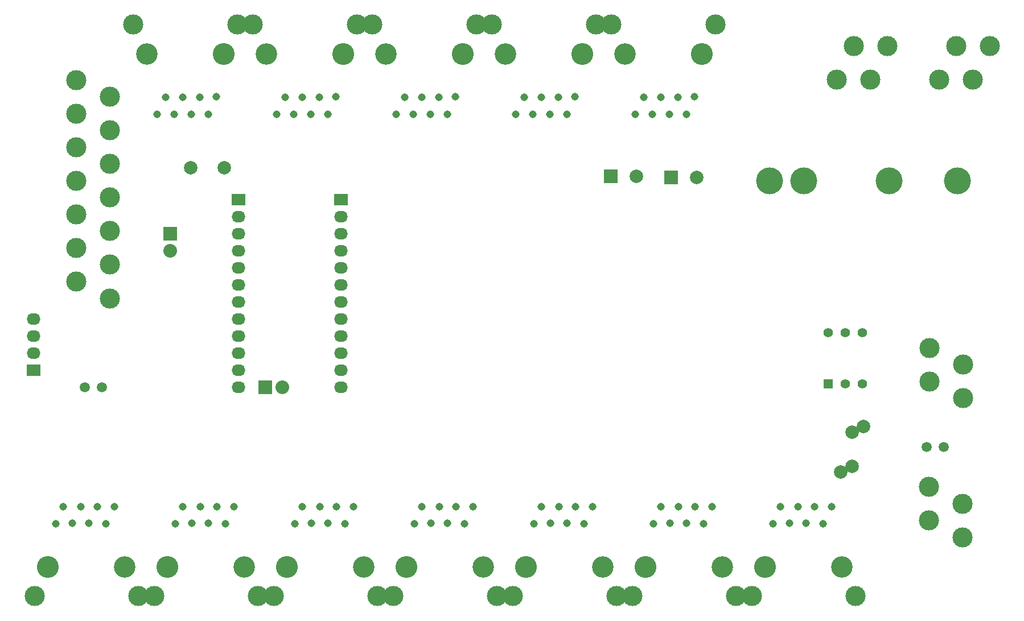
<source format=gbs>
G04 #@! TF.FileFunction,Soldermask,Bot*
%FSLAX46Y46*%
G04 Gerber Fmt 4.6, Leading zero omitted, Abs format (unit mm)*
G04 Created by KiCad (PCBNEW (2015-05-13 BZR 5653)-product) date Tue 09 Jun 2015 09:53:40 PM CEST*
%MOMM*%
G01*
G04 APERTURE LIST*
%ADD10C,0.100000*%
%ADD11C,3.000000*%
%ADD12R,2.032000X2.032000*%
%ADD13O,2.032000X2.032000*%
%ADD14R,2.032000X1.727200*%
%ADD15O,2.032000X1.727200*%
%ADD16C,3.251200*%
%ADD17C,3.200400*%
%ADD18C,1.143000*%
%ADD19C,1.501140*%
%ADD20C,1.998980*%
%ADD21R,1.998980X1.998980*%
%ADD22R,1.397000X1.397000*%
%ADD23C,1.397000*%
%ADD24C,4.000000*%
G04 APERTURE END LIST*
D10*
D11*
X247474740Y-98672640D03*
X252476000Y-101172000D03*
X252476000Y-106172000D03*
X247474740Y-103672640D03*
D12*
X148780000Y-83820000D03*
D13*
X151320000Y-83820000D03*
D14*
X160020000Y-55880000D03*
D15*
X160020000Y-58420000D03*
X160020000Y-60960000D03*
X160020000Y-63500000D03*
X160020000Y-66040000D03*
X160020000Y-68580000D03*
X160020000Y-71120000D03*
X160020000Y-73660000D03*
X160020000Y-76200000D03*
X160020000Y-78740000D03*
X160020000Y-81280000D03*
X160020000Y-83820000D03*
D14*
X144780000Y-55880000D03*
D15*
X144780000Y-58420000D03*
X144780000Y-60960000D03*
X144780000Y-63500000D03*
X144780000Y-66040000D03*
X144780000Y-68580000D03*
X144780000Y-71120000D03*
X144780000Y-73660000D03*
X144780000Y-76200000D03*
X144780000Y-78740000D03*
X144780000Y-81280000D03*
X144780000Y-83820000D03*
D16*
X213741000Y-34188400D03*
D17*
X202285600Y-34188400D03*
D18*
X205079600Y-40640000D03*
X207619600Y-40665400D03*
X210134200Y-40665400D03*
X212608160Y-40622220D03*
X203809600Y-43180000D03*
X206349600Y-43180000D03*
X208864200Y-43180000D03*
X211429600Y-43180000D03*
D11*
X215741000Y-29840000D03*
X200280000Y-29840000D03*
D12*
X134620000Y-60960000D03*
D13*
X134620000Y-63500000D03*
D19*
X121920000Y-83820000D03*
X124460000Y-83820000D03*
X249682000Y-92710000D03*
X247142000Y-92710000D03*
D20*
X237792260Y-89689940D03*
X234393740Y-96492060D03*
X236093000Y-90551000D03*
X236093000Y-95631000D03*
D16*
X142621000Y-34188400D03*
D17*
X131165600Y-34188400D03*
D18*
X133959600Y-40640000D03*
X136499600Y-40665400D03*
X139014200Y-40665400D03*
X141488160Y-40622220D03*
X132689600Y-43180000D03*
X135229600Y-43180000D03*
X137744200Y-43180000D03*
X140309600Y-43180000D03*
D11*
X144621000Y-29840000D03*
X129160000Y-29840000D03*
D20*
X212979000Y-52578000D03*
D21*
X209169000Y-52578000D03*
D20*
X203962000Y-52451000D03*
D21*
X200152000Y-52451000D03*
D16*
X116459000Y-110591600D03*
D17*
X127914400Y-110591600D03*
D18*
X125120400Y-104140000D03*
X122580400Y-104114600D03*
X120065800Y-104114600D03*
X117591840Y-104157780D03*
X126390400Y-101600000D03*
X123850400Y-101600000D03*
X121335800Y-101600000D03*
X118770400Y-101600000D03*
D11*
X114459000Y-114940000D03*
X129920000Y-114940000D03*
D16*
X134239000Y-110591600D03*
D17*
X145694400Y-110591600D03*
D18*
X142900400Y-104140000D03*
X140360400Y-104114600D03*
X137845800Y-104114600D03*
X135371840Y-104157780D03*
X144170400Y-101600000D03*
X141630400Y-101600000D03*
X139115800Y-101600000D03*
X136550400Y-101600000D03*
D11*
X132239000Y-114940000D03*
X147700000Y-114940000D03*
D16*
X195961000Y-34188400D03*
D17*
X184505600Y-34188400D03*
D18*
X187299600Y-40640000D03*
X189839600Y-40665400D03*
X192354200Y-40665400D03*
X194828160Y-40622220D03*
X186029600Y-43180000D03*
X188569600Y-43180000D03*
X191084200Y-43180000D03*
X193649600Y-43180000D03*
D11*
X197961000Y-29840000D03*
X182500000Y-29840000D03*
D16*
X223139000Y-110591600D03*
D17*
X234594400Y-110591600D03*
D18*
X231800400Y-104140000D03*
X229260400Y-104114600D03*
X226745800Y-104114600D03*
X224271840Y-104157780D03*
X233070400Y-101600000D03*
X230530400Y-101600000D03*
X228015800Y-101600000D03*
X225450400Y-101600000D03*
D11*
X221139000Y-114940000D03*
X236600000Y-114940000D03*
X249040640Y-38021260D03*
X251540000Y-33020000D03*
X256540000Y-33020000D03*
X254040640Y-38021260D03*
X233800640Y-38021260D03*
X236300000Y-33020000D03*
X241300000Y-33020000D03*
X238800640Y-38021260D03*
X247601740Y-77971640D03*
X252603000Y-80471000D03*
X252603000Y-85471000D03*
X247601740Y-82971640D03*
D22*
X232537000Y-83312000D03*
D23*
X235077000Y-83312000D03*
X237617000Y-83312000D03*
X237617000Y-75692000D03*
X235077000Y-75692000D03*
X232537000Y-75692000D03*
D14*
X114300000Y-81280000D03*
D15*
X114300000Y-78740000D03*
X114300000Y-76200000D03*
X114300000Y-73660000D03*
D11*
X120650000Y-68100000D03*
X125651260Y-70599360D03*
X125651260Y-65599360D03*
X120650000Y-63100000D03*
X120650000Y-58100000D03*
X125651260Y-60599360D03*
X125651260Y-55599360D03*
X120650000Y-53100000D03*
X120650000Y-48100000D03*
X125651260Y-50599360D03*
X125651260Y-45599360D03*
X120650000Y-43100000D03*
X120650000Y-38100000D03*
X125651260Y-40599360D03*
D16*
X152019000Y-110591600D03*
D17*
X163474400Y-110591600D03*
D18*
X160680400Y-104140000D03*
X158140400Y-104114600D03*
X155625800Y-104114600D03*
X153151840Y-104157780D03*
X161950400Y-101600000D03*
X159410400Y-101600000D03*
X156895800Y-101600000D03*
X154330400Y-101600000D03*
D11*
X150019000Y-114940000D03*
X165480000Y-114940000D03*
D16*
X169799000Y-110591600D03*
D17*
X181254400Y-110591600D03*
D18*
X178460400Y-104140000D03*
X175920400Y-104114600D03*
X173405800Y-104114600D03*
X170931840Y-104157780D03*
X179730400Y-101600000D03*
X177190400Y-101600000D03*
X174675800Y-101600000D03*
X172110400Y-101600000D03*
D11*
X167799000Y-114940000D03*
X183260000Y-114940000D03*
D16*
X178181000Y-34188400D03*
D17*
X166725600Y-34188400D03*
D18*
X169519600Y-40640000D03*
X172059600Y-40665400D03*
X174574200Y-40665400D03*
X177048160Y-40622220D03*
X168249600Y-43180000D03*
X170789600Y-43180000D03*
X173304200Y-43180000D03*
X175869600Y-43180000D03*
D11*
X180181000Y-29840000D03*
X164720000Y-29840000D03*
D16*
X160401000Y-34188400D03*
D17*
X148945600Y-34188400D03*
D18*
X151739600Y-40640000D03*
X154279600Y-40665400D03*
X156794200Y-40665400D03*
X159268160Y-40622220D03*
X150469600Y-43180000D03*
X153009600Y-43180000D03*
X155524200Y-43180000D03*
X158089600Y-43180000D03*
D11*
X162401000Y-29840000D03*
X146940000Y-29840000D03*
D16*
X187579000Y-110591600D03*
D17*
X199034400Y-110591600D03*
D18*
X196240400Y-104140000D03*
X193700400Y-104114600D03*
X191185800Y-104114600D03*
X188711840Y-104157780D03*
X197510400Y-101600000D03*
X194970400Y-101600000D03*
X192455800Y-101600000D03*
X189890400Y-101600000D03*
D11*
X185579000Y-114940000D03*
X201040000Y-114940000D03*
D16*
X205359000Y-110591600D03*
D17*
X216814400Y-110591600D03*
D18*
X214020400Y-104140000D03*
X211480400Y-104114600D03*
X208965800Y-104114600D03*
X206491840Y-104157780D03*
X215290400Y-101600000D03*
X212750400Y-101600000D03*
X210235800Y-101600000D03*
X207670400Y-101600000D03*
D11*
X203359000Y-114940000D03*
X218820000Y-114940000D03*
D24*
X251714000Y-53086000D03*
X241554000Y-53086000D03*
X228854000Y-53086000D03*
X223774000Y-53086000D03*
D20*
X142707360Y-51181000D03*
X137706100Y-51181000D03*
M02*

</source>
